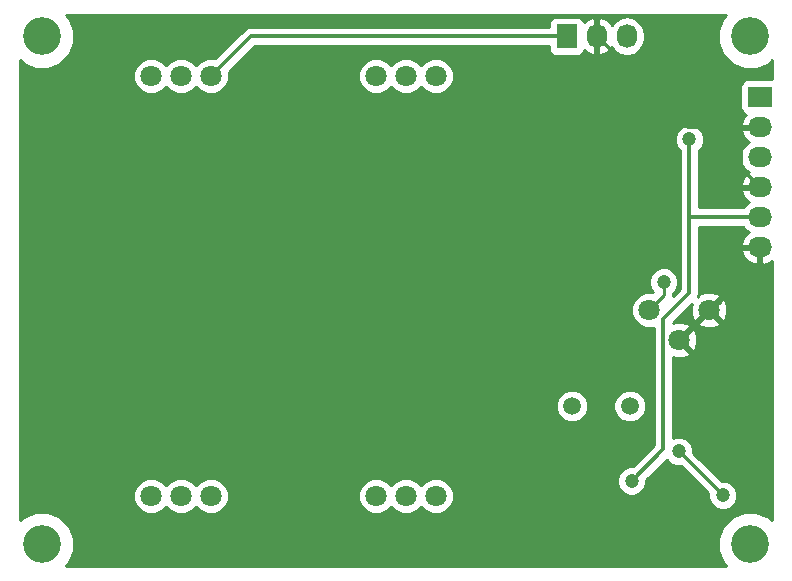
<source format=gbl>
%FSLAX46Y46*%
G04 Gerber Fmt 4.6, Leading zero omitted, Abs format (unit mm)*
G04 Created by KiCad (PCBNEW (2014-jul-16 BZR unknown)-product) date ons  6 aug 2014 17:41:11*
%MOMM*%
G01*
G04 APERTURE LIST*
%ADD10C,0.150000*%
%ADD11C,1.800000*%
%ADD12R,1.727200X2.032000*%
%ADD13O,1.727200X2.032000*%
%ADD14C,3.200400*%
%ADD15R,2.032000X1.727200*%
%ADD16O,2.032000X1.727200*%
%ADD17C,1.501140*%
%ADD18C,1.200000*%
%ADD19C,0.350000*%
%ADD20C,0.254000*%
G04 APERTURE END LIST*
D10*
D11*
X163830000Y-86360000D03*
X166370000Y-86360000D03*
X161290000Y-86360000D03*
X163830000Y-121920000D03*
X166370000Y-121920000D03*
X161290000Y-121920000D03*
X144780000Y-121920000D03*
X142240000Y-121920000D03*
X147320000Y-121920000D03*
X144780000Y-86360000D03*
X142240000Y-86360000D03*
X147320000Y-86360000D03*
D12*
X177460000Y-83000000D03*
D13*
X180000000Y-83000000D03*
X182540000Y-83000000D03*
D14*
X193000000Y-83000000D03*
X193000000Y-126000000D03*
D15*
X193802000Y-88138000D03*
D16*
X193802000Y-90678000D03*
X193802000Y-93218000D03*
X193802000Y-95758000D03*
X193802000Y-98298000D03*
X193802000Y-100838000D03*
D14*
X133000000Y-126000000D03*
X133000000Y-83000000D03*
D11*
X189484000Y-106172000D03*
X186944000Y-108712000D03*
X184404000Y-106172000D03*
D17*
X177899060Y-114300000D03*
X182780940Y-114300000D03*
D18*
X190476800Y-100753300D03*
X182932900Y-120650000D03*
X187832300Y-91714600D03*
X185654700Y-103792900D03*
X186927900Y-118127300D03*
X190663600Y-121863000D03*
D19*
X150680000Y-83000000D02*
X147320000Y-86360000D01*
X177460000Y-83000000D02*
X150680000Y-83000000D01*
X193802000Y-90678000D02*
X192356700Y-90678000D01*
X192356700Y-90678000D02*
X192180300Y-90854400D01*
X186944000Y-108712000D02*
X189484000Y-106172000D01*
X192180300Y-94136300D02*
X193802000Y-95758000D01*
X192180300Y-90854400D02*
X192180300Y-94136300D01*
X187685300Y-90685300D02*
X180000000Y-83000000D01*
X192011200Y-90685300D02*
X187685300Y-90685300D01*
X192180300Y-90854400D02*
X192011200Y-90685300D01*
X193802000Y-100838000D02*
X192356700Y-100838000D01*
X192272000Y-100753300D02*
X192356700Y-100838000D01*
X190476800Y-100753300D02*
X192272000Y-100753300D01*
X190476800Y-105179200D02*
X189484000Y-106172000D01*
X190476800Y-100753300D02*
X190476800Y-105179200D01*
X193802000Y-98298000D02*
X187832300Y-98298000D01*
X187832300Y-104698000D02*
X187832300Y-98298000D01*
X185612500Y-106917800D02*
X187832300Y-104698000D01*
X185612500Y-117970400D02*
X185612500Y-106917800D01*
X182932900Y-120650000D02*
X185612500Y-117970400D01*
X187832300Y-98298000D02*
X187832300Y-91714600D01*
D20*
X185654700Y-104921300D02*
X185654700Y-103792900D01*
X184404000Y-106172000D02*
X185654700Y-104921300D01*
X186927900Y-118127300D02*
X190663600Y-121863000D01*
G36*
X194815000Y-123956880D02*
X194547283Y-123688696D01*
X193675000Y-123326492D01*
X193675000Y-102178924D01*
X193675000Y-100965000D01*
X192315783Y-100965000D01*
X192194642Y-101197026D01*
X192197291Y-101212791D01*
X192451268Y-101740036D01*
X192887680Y-102129954D01*
X193440087Y-102323184D01*
X193675000Y-102178924D01*
X193675000Y-123326492D01*
X193545005Y-123272514D01*
X192459756Y-123271567D01*
X191456753Y-123685999D01*
X190688696Y-124452717D01*
X190272514Y-125454995D01*
X190271567Y-126540244D01*
X190685999Y-127543247D01*
X190957278Y-127815000D01*
X179873000Y-127815000D01*
X179873000Y-84486217D01*
X179873000Y-83127000D01*
X179853000Y-83127000D01*
X179853000Y-82873000D01*
X179873000Y-82873000D01*
X179873000Y-81513783D01*
X179640974Y-81392642D01*
X179625209Y-81395291D01*
X179097964Y-81649268D01*
X178943758Y-81821860D01*
X178861927Y-81624302D01*
X178683299Y-81445673D01*
X178449910Y-81349000D01*
X178197291Y-81349000D01*
X176470091Y-81349000D01*
X176236702Y-81445673D01*
X176058073Y-81624301D01*
X175961400Y-81857690D01*
X175961400Y-82110309D01*
X175961400Y-82190000D01*
X150680000Y-82190000D01*
X150370027Y-82251657D01*
X150107244Y-82427243D01*
X147684999Y-84849487D01*
X147626670Y-84825267D01*
X147016009Y-84824735D01*
X146451629Y-85057932D01*
X146049677Y-85459181D01*
X145650643Y-85059449D01*
X145086670Y-84825267D01*
X144476009Y-84824735D01*
X143911629Y-85057932D01*
X143509677Y-85459181D01*
X143110643Y-85059449D01*
X142546670Y-84825267D01*
X141936009Y-84824735D01*
X141371629Y-85057932D01*
X140939449Y-85489357D01*
X140705267Y-86053330D01*
X140704735Y-86663991D01*
X140937932Y-87228371D01*
X141369357Y-87660551D01*
X141933330Y-87894733D01*
X142543991Y-87895265D01*
X143108371Y-87662068D01*
X143510322Y-87260818D01*
X143909357Y-87660551D01*
X144473330Y-87894733D01*
X145083991Y-87895265D01*
X145648371Y-87662068D01*
X146050322Y-87260818D01*
X146449357Y-87660551D01*
X147013330Y-87894733D01*
X147623991Y-87895265D01*
X148188371Y-87662068D01*
X148620551Y-87230643D01*
X148854733Y-86666670D01*
X148855265Y-86056009D01*
X148830189Y-85995322D01*
X151015512Y-83810000D01*
X175961400Y-83810000D01*
X175961400Y-84142309D01*
X176058073Y-84375698D01*
X176236701Y-84554327D01*
X176470090Y-84651000D01*
X176722709Y-84651000D01*
X178449909Y-84651000D01*
X178683298Y-84554327D01*
X178861927Y-84375699D01*
X178943758Y-84178139D01*
X179097964Y-84350732D01*
X179625209Y-84604709D01*
X179640974Y-84607358D01*
X179873000Y-84486217D01*
X179873000Y-127815000D01*
X179284870Y-127815000D01*
X179284870Y-114025602D01*
X179074374Y-113516163D01*
X178684947Y-113126056D01*
X178175876Y-112914671D01*
X177624662Y-112914190D01*
X177115223Y-113124686D01*
X176725116Y-113514113D01*
X176513731Y-114023184D01*
X176513250Y-114574398D01*
X176723746Y-115083837D01*
X177113173Y-115473944D01*
X177622244Y-115685329D01*
X178173458Y-115685810D01*
X178682897Y-115475314D01*
X179073004Y-115085887D01*
X179284389Y-114576816D01*
X179284870Y-114025602D01*
X179284870Y-127815000D01*
X167905265Y-127815000D01*
X167905265Y-121616009D01*
X167905265Y-86056009D01*
X167672068Y-85491629D01*
X167240643Y-85059449D01*
X166676670Y-84825267D01*
X166066009Y-84824735D01*
X165501629Y-85057932D01*
X165099677Y-85459181D01*
X164700643Y-85059449D01*
X164136670Y-84825267D01*
X163526009Y-84824735D01*
X162961629Y-85057932D01*
X162559677Y-85459181D01*
X162160643Y-85059449D01*
X161596670Y-84825267D01*
X160986009Y-84824735D01*
X160421629Y-85057932D01*
X159989449Y-85489357D01*
X159755267Y-86053330D01*
X159754735Y-86663991D01*
X159987932Y-87228371D01*
X160419357Y-87660551D01*
X160983330Y-87894733D01*
X161593991Y-87895265D01*
X162158371Y-87662068D01*
X162560322Y-87260818D01*
X162959357Y-87660551D01*
X163523330Y-87894733D01*
X164133991Y-87895265D01*
X164698371Y-87662068D01*
X165100322Y-87260818D01*
X165499357Y-87660551D01*
X166063330Y-87894733D01*
X166673991Y-87895265D01*
X167238371Y-87662068D01*
X167670551Y-87230643D01*
X167904733Y-86666670D01*
X167905265Y-86056009D01*
X167905265Y-121616009D01*
X167672068Y-121051629D01*
X167240643Y-120619449D01*
X166676670Y-120385267D01*
X166066009Y-120384735D01*
X165501629Y-120617932D01*
X165099677Y-121019181D01*
X164700643Y-120619449D01*
X164136670Y-120385267D01*
X163526009Y-120384735D01*
X162961629Y-120617932D01*
X162559677Y-121019181D01*
X162160643Y-120619449D01*
X161596670Y-120385267D01*
X160986009Y-120384735D01*
X160421629Y-120617932D01*
X159989449Y-121049357D01*
X159755267Y-121613330D01*
X159754735Y-122223991D01*
X159987932Y-122788371D01*
X160419357Y-123220551D01*
X160983330Y-123454733D01*
X161593991Y-123455265D01*
X162158371Y-123222068D01*
X162560322Y-122820818D01*
X162959357Y-123220551D01*
X163523330Y-123454733D01*
X164133991Y-123455265D01*
X164698371Y-123222068D01*
X165100322Y-122820818D01*
X165499357Y-123220551D01*
X166063330Y-123454733D01*
X166673991Y-123455265D01*
X167238371Y-123222068D01*
X167670551Y-122790643D01*
X167904733Y-122226670D01*
X167905265Y-121616009D01*
X167905265Y-127815000D01*
X148855265Y-127815000D01*
X148855265Y-121616009D01*
X148622068Y-121051629D01*
X148190643Y-120619449D01*
X147626670Y-120385267D01*
X147016009Y-120384735D01*
X146451629Y-120617932D01*
X146049677Y-121019181D01*
X145650643Y-120619449D01*
X145086670Y-120385267D01*
X144476009Y-120384735D01*
X143911629Y-120617932D01*
X143509677Y-121019181D01*
X143110643Y-120619449D01*
X142546670Y-120385267D01*
X141936009Y-120384735D01*
X141371629Y-120617932D01*
X140939449Y-121049357D01*
X140705267Y-121613330D01*
X140704735Y-122223991D01*
X140937932Y-122788371D01*
X141369357Y-123220551D01*
X141933330Y-123454733D01*
X142543991Y-123455265D01*
X143108371Y-123222068D01*
X143510322Y-122820818D01*
X143909357Y-123220551D01*
X144473330Y-123454733D01*
X145083991Y-123455265D01*
X145648371Y-123222068D01*
X146050322Y-122820818D01*
X146449357Y-123220551D01*
X147013330Y-123454733D01*
X147623991Y-123455265D01*
X148188371Y-123222068D01*
X148620551Y-122790643D01*
X148854733Y-122226670D01*
X148855265Y-121616009D01*
X148855265Y-127815000D01*
X135043119Y-127815000D01*
X135311304Y-127547283D01*
X135727486Y-126545005D01*
X135728433Y-125459756D01*
X135314001Y-124456753D01*
X134547283Y-123688696D01*
X133545005Y-123272514D01*
X132459756Y-123271567D01*
X131456753Y-123685999D01*
X131185000Y-123957278D01*
X131185000Y-85043119D01*
X131452717Y-85311304D01*
X132454995Y-85727486D01*
X133540244Y-85728433D01*
X134543247Y-85314001D01*
X135311304Y-84547283D01*
X135727486Y-83545005D01*
X135728433Y-82459756D01*
X135314001Y-81456753D01*
X135042721Y-81185000D01*
X190956880Y-81185000D01*
X190688696Y-81452717D01*
X190272514Y-82454995D01*
X190271567Y-83540244D01*
X190685999Y-84543247D01*
X191452717Y-85311304D01*
X192454995Y-85727486D01*
X193540244Y-85728433D01*
X194543247Y-85314001D01*
X194815000Y-85042721D01*
X194815000Y-86639400D01*
X194691691Y-86639400D01*
X192659691Y-86639400D01*
X192426302Y-86736073D01*
X192247673Y-86914701D01*
X192151000Y-87148090D01*
X192151000Y-87400709D01*
X192151000Y-89127909D01*
X192247673Y-89361298D01*
X192426301Y-89539927D01*
X192623860Y-89621758D01*
X192451268Y-89775964D01*
X192197291Y-90303209D01*
X192194642Y-90318974D01*
X192315783Y-90551000D01*
X193675000Y-90551000D01*
X193675000Y-90531000D01*
X193929000Y-90531000D01*
X193929000Y-90551000D01*
X193949000Y-90551000D01*
X193949000Y-90805000D01*
X193929000Y-90805000D01*
X193929000Y-90825000D01*
X193675000Y-90825000D01*
X193675000Y-90805000D01*
X192315783Y-90805000D01*
X192194642Y-91037026D01*
X192197291Y-91052791D01*
X192451268Y-91580036D01*
X192867069Y-91951539D01*
X192557585Y-92158330D01*
X192232729Y-92644511D01*
X192118655Y-93218000D01*
X192232729Y-93791489D01*
X192557585Y-94277670D01*
X192867069Y-94484460D01*
X192451268Y-94855964D01*
X192197291Y-95383209D01*
X192194642Y-95398974D01*
X192315783Y-95631000D01*
X193675000Y-95631000D01*
X193675000Y-95611000D01*
X193929000Y-95611000D01*
X193929000Y-95631000D01*
X193949000Y-95631000D01*
X193949000Y-95885000D01*
X193929000Y-95885000D01*
X193929000Y-95905000D01*
X193675000Y-95905000D01*
X193675000Y-95885000D01*
X192315783Y-95885000D01*
X192194642Y-96117026D01*
X192197291Y-96132791D01*
X192451268Y-96660036D01*
X192867069Y-97031539D01*
X192557585Y-97238330D01*
X192390760Y-97488000D01*
X188642300Y-97488000D01*
X188642300Y-92651043D01*
X188878671Y-92415085D01*
X189067085Y-91961334D01*
X189067514Y-91470021D01*
X188879892Y-91015943D01*
X188532785Y-90668229D01*
X188079034Y-90479815D01*
X187587721Y-90479386D01*
X187133643Y-90667008D01*
X186785929Y-91014115D01*
X186597515Y-91467866D01*
X186597086Y-91959179D01*
X186784708Y-92413257D01*
X187022300Y-92651264D01*
X187022300Y-98298000D01*
X187022300Y-104362487D01*
X186405082Y-104979704D01*
X186416700Y-104921300D01*
X186416700Y-104777259D01*
X186701071Y-104493385D01*
X186889485Y-104039634D01*
X186889914Y-103548321D01*
X186702292Y-103094243D01*
X186355185Y-102746529D01*
X185901434Y-102558115D01*
X185410121Y-102557686D01*
X184956043Y-102745308D01*
X184608329Y-103092415D01*
X184419915Y-103546166D01*
X184419486Y-104037479D01*
X184607108Y-104491557D01*
X184782223Y-104666978D01*
X184710670Y-104637267D01*
X184100009Y-104636735D01*
X184038600Y-104662108D01*
X184038600Y-83184745D01*
X184038600Y-82815255D01*
X183924526Y-82241766D01*
X183599670Y-81755585D01*
X183113489Y-81430729D01*
X182540000Y-81316655D01*
X181966511Y-81430729D01*
X181480330Y-81755585D01*
X181273539Y-82065069D01*
X180902036Y-81649268D01*
X180374791Y-81395291D01*
X180359026Y-81392642D01*
X180127000Y-81513783D01*
X180127000Y-82873000D01*
X180147000Y-82873000D01*
X180147000Y-83127000D01*
X180127000Y-83127000D01*
X180127000Y-84486217D01*
X180359026Y-84607358D01*
X180374791Y-84604709D01*
X180902036Y-84350732D01*
X181273539Y-83934930D01*
X181480330Y-84244415D01*
X181966511Y-84569271D01*
X182540000Y-84683345D01*
X183113489Y-84569271D01*
X183599670Y-84244415D01*
X183924526Y-83758234D01*
X184038600Y-83184745D01*
X184038600Y-104662108D01*
X183535629Y-104869932D01*
X183103449Y-105301357D01*
X182869267Y-105865330D01*
X182868735Y-106475991D01*
X183101932Y-107040371D01*
X183533357Y-107472551D01*
X184097330Y-107706733D01*
X184707991Y-107707265D01*
X184802500Y-107668214D01*
X184802500Y-117634887D01*
X184166750Y-118270637D01*
X184166750Y-114025602D01*
X183956254Y-113516163D01*
X183566827Y-113126056D01*
X183057756Y-112914671D01*
X182506542Y-112914190D01*
X181997103Y-113124686D01*
X181606996Y-113514113D01*
X181395611Y-114023184D01*
X181395130Y-114574398D01*
X181605626Y-115083837D01*
X181995053Y-115473944D01*
X182504124Y-115685329D01*
X183055338Y-115685810D01*
X183564777Y-115475314D01*
X183954884Y-115085887D01*
X184166269Y-114576816D01*
X184166750Y-114025602D01*
X184166750Y-118270637D01*
X183022310Y-119415077D01*
X182688321Y-119414786D01*
X182234243Y-119602408D01*
X181886529Y-119949515D01*
X181698115Y-120403266D01*
X181697686Y-120894579D01*
X181885308Y-121348657D01*
X182232415Y-121696371D01*
X182686166Y-121884785D01*
X183177479Y-121885214D01*
X183631557Y-121697592D01*
X183979271Y-121350485D01*
X184167685Y-120896734D01*
X184167978Y-120560433D01*
X185891372Y-118837040D01*
X186227415Y-119173671D01*
X186681166Y-119362085D01*
X187085407Y-119362437D01*
X189428736Y-121705767D01*
X189428386Y-122107579D01*
X189616008Y-122561657D01*
X189963115Y-122909371D01*
X190416866Y-123097785D01*
X190908179Y-123098214D01*
X191362257Y-122910592D01*
X191709971Y-122563485D01*
X191898385Y-122109734D01*
X191898814Y-121618421D01*
X191711192Y-121164343D01*
X191364085Y-120816629D01*
X191030458Y-120678094D01*
X191030458Y-106412664D01*
X191004839Y-105802540D01*
X190820643Y-105357852D01*
X190564159Y-105271446D01*
X190384554Y-105451051D01*
X189663605Y-106172000D01*
X190564159Y-107072554D01*
X190820643Y-106986148D01*
X191030458Y-106412664D01*
X191030458Y-120678094D01*
X190910334Y-120628215D01*
X190506092Y-120627862D01*
X190384554Y-120506323D01*
X190384554Y-107252159D01*
X189484000Y-106351605D01*
X188583446Y-107252159D01*
X188669852Y-107508643D01*
X189243336Y-107718458D01*
X189853460Y-107692839D01*
X190298148Y-107508643D01*
X190384554Y-107252159D01*
X190384554Y-120506323D01*
X188490458Y-118612227D01*
X188490458Y-108952664D01*
X188464839Y-108342540D01*
X188280643Y-107897852D01*
X188024159Y-107811446D01*
X187123605Y-108712000D01*
X188024159Y-109612554D01*
X188280643Y-109526148D01*
X188490458Y-108952664D01*
X188490458Y-118612227D01*
X188162763Y-118284532D01*
X188163114Y-117882721D01*
X187975492Y-117428643D01*
X187628385Y-117080929D01*
X187174634Y-116892515D01*
X186683321Y-116892086D01*
X186422500Y-116999855D01*
X186422500Y-110155711D01*
X186703336Y-110258458D01*
X187313460Y-110232839D01*
X187758148Y-110048643D01*
X187844554Y-109792159D01*
X186944000Y-108891605D01*
X186929857Y-108905747D01*
X186750252Y-108726142D01*
X186764395Y-108712000D01*
X186750252Y-108697857D01*
X186929857Y-108518252D01*
X186944000Y-108532395D01*
X187844554Y-107631841D01*
X187758148Y-107375357D01*
X187184664Y-107165542D01*
X186574540Y-107191161D01*
X186422500Y-107254138D01*
X186422500Y-107253312D01*
X188048928Y-105626883D01*
X187937542Y-105931336D01*
X187963161Y-106541460D01*
X188147357Y-106986148D01*
X188403841Y-107072554D01*
X189304395Y-106172000D01*
X189290252Y-106157857D01*
X189469857Y-105978252D01*
X189484000Y-105992395D01*
X190384554Y-105091841D01*
X190298148Y-104835357D01*
X189724664Y-104625542D01*
X189114540Y-104651161D01*
X188669852Y-104835357D01*
X188583446Y-105091838D01*
X188548173Y-105056565D01*
X188580642Y-105007974D01*
X188580642Y-105007973D01*
X188642299Y-104698000D01*
X188642300Y-104698000D01*
X188642300Y-99108000D01*
X192390760Y-99108000D01*
X192557585Y-99357670D01*
X192867069Y-99564460D01*
X192451268Y-99935964D01*
X192197291Y-100463209D01*
X192194642Y-100478974D01*
X192315783Y-100711000D01*
X193675000Y-100711000D01*
X193675000Y-100691000D01*
X193929000Y-100691000D01*
X193929000Y-100711000D01*
X193949000Y-100711000D01*
X193949000Y-100965000D01*
X193929000Y-100965000D01*
X193929000Y-102178924D01*
X194163913Y-102323184D01*
X194716320Y-102129954D01*
X194815000Y-102041787D01*
X194815000Y-123956880D01*
X194815000Y-123956880D01*
G37*
X194815000Y-123956880D02*
X194547283Y-123688696D01*
X193675000Y-123326492D01*
X193675000Y-102178924D01*
X193675000Y-100965000D01*
X192315783Y-100965000D01*
X192194642Y-101197026D01*
X192197291Y-101212791D01*
X192451268Y-101740036D01*
X192887680Y-102129954D01*
X193440087Y-102323184D01*
X193675000Y-102178924D01*
X193675000Y-123326492D01*
X193545005Y-123272514D01*
X192459756Y-123271567D01*
X191456753Y-123685999D01*
X190688696Y-124452717D01*
X190272514Y-125454995D01*
X190271567Y-126540244D01*
X190685999Y-127543247D01*
X190957278Y-127815000D01*
X179873000Y-127815000D01*
X179873000Y-84486217D01*
X179873000Y-83127000D01*
X179853000Y-83127000D01*
X179853000Y-82873000D01*
X179873000Y-82873000D01*
X179873000Y-81513783D01*
X179640974Y-81392642D01*
X179625209Y-81395291D01*
X179097964Y-81649268D01*
X178943758Y-81821860D01*
X178861927Y-81624302D01*
X178683299Y-81445673D01*
X178449910Y-81349000D01*
X178197291Y-81349000D01*
X176470091Y-81349000D01*
X176236702Y-81445673D01*
X176058073Y-81624301D01*
X175961400Y-81857690D01*
X175961400Y-82110309D01*
X175961400Y-82190000D01*
X150680000Y-82190000D01*
X150370027Y-82251657D01*
X150107244Y-82427243D01*
X147684999Y-84849487D01*
X147626670Y-84825267D01*
X147016009Y-84824735D01*
X146451629Y-85057932D01*
X146049677Y-85459181D01*
X145650643Y-85059449D01*
X145086670Y-84825267D01*
X144476009Y-84824735D01*
X143911629Y-85057932D01*
X143509677Y-85459181D01*
X143110643Y-85059449D01*
X142546670Y-84825267D01*
X141936009Y-84824735D01*
X141371629Y-85057932D01*
X140939449Y-85489357D01*
X140705267Y-86053330D01*
X140704735Y-86663991D01*
X140937932Y-87228371D01*
X141369357Y-87660551D01*
X141933330Y-87894733D01*
X142543991Y-87895265D01*
X143108371Y-87662068D01*
X143510322Y-87260818D01*
X143909357Y-87660551D01*
X144473330Y-87894733D01*
X145083991Y-87895265D01*
X145648371Y-87662068D01*
X146050322Y-87260818D01*
X146449357Y-87660551D01*
X147013330Y-87894733D01*
X147623991Y-87895265D01*
X148188371Y-87662068D01*
X148620551Y-87230643D01*
X148854733Y-86666670D01*
X148855265Y-86056009D01*
X148830189Y-85995322D01*
X151015512Y-83810000D01*
X175961400Y-83810000D01*
X175961400Y-84142309D01*
X176058073Y-84375698D01*
X176236701Y-84554327D01*
X176470090Y-84651000D01*
X176722709Y-84651000D01*
X178449909Y-84651000D01*
X178683298Y-84554327D01*
X178861927Y-84375699D01*
X178943758Y-84178139D01*
X179097964Y-84350732D01*
X179625209Y-84604709D01*
X179640974Y-84607358D01*
X179873000Y-84486217D01*
X179873000Y-127815000D01*
X179284870Y-127815000D01*
X179284870Y-114025602D01*
X179074374Y-113516163D01*
X178684947Y-113126056D01*
X178175876Y-112914671D01*
X177624662Y-112914190D01*
X177115223Y-113124686D01*
X176725116Y-113514113D01*
X176513731Y-114023184D01*
X176513250Y-114574398D01*
X176723746Y-115083837D01*
X177113173Y-115473944D01*
X177622244Y-115685329D01*
X178173458Y-115685810D01*
X178682897Y-115475314D01*
X179073004Y-115085887D01*
X179284389Y-114576816D01*
X179284870Y-114025602D01*
X179284870Y-127815000D01*
X167905265Y-127815000D01*
X167905265Y-121616009D01*
X167905265Y-86056009D01*
X167672068Y-85491629D01*
X167240643Y-85059449D01*
X166676670Y-84825267D01*
X166066009Y-84824735D01*
X165501629Y-85057932D01*
X165099677Y-85459181D01*
X164700643Y-85059449D01*
X164136670Y-84825267D01*
X163526009Y-84824735D01*
X162961629Y-85057932D01*
X162559677Y-85459181D01*
X162160643Y-85059449D01*
X161596670Y-84825267D01*
X160986009Y-84824735D01*
X160421629Y-85057932D01*
X159989449Y-85489357D01*
X159755267Y-86053330D01*
X159754735Y-86663991D01*
X159987932Y-87228371D01*
X160419357Y-87660551D01*
X160983330Y-87894733D01*
X161593991Y-87895265D01*
X162158371Y-87662068D01*
X162560322Y-87260818D01*
X162959357Y-87660551D01*
X163523330Y-87894733D01*
X164133991Y-87895265D01*
X164698371Y-87662068D01*
X165100322Y-87260818D01*
X165499357Y-87660551D01*
X166063330Y-87894733D01*
X166673991Y-87895265D01*
X167238371Y-87662068D01*
X167670551Y-87230643D01*
X167904733Y-86666670D01*
X167905265Y-86056009D01*
X167905265Y-121616009D01*
X167672068Y-121051629D01*
X167240643Y-120619449D01*
X166676670Y-120385267D01*
X166066009Y-120384735D01*
X165501629Y-120617932D01*
X165099677Y-121019181D01*
X164700643Y-120619449D01*
X164136670Y-120385267D01*
X163526009Y-120384735D01*
X162961629Y-120617932D01*
X162559677Y-121019181D01*
X162160643Y-120619449D01*
X161596670Y-120385267D01*
X160986009Y-120384735D01*
X160421629Y-120617932D01*
X159989449Y-121049357D01*
X159755267Y-121613330D01*
X159754735Y-122223991D01*
X159987932Y-122788371D01*
X160419357Y-123220551D01*
X160983330Y-123454733D01*
X161593991Y-123455265D01*
X162158371Y-123222068D01*
X162560322Y-122820818D01*
X162959357Y-123220551D01*
X163523330Y-123454733D01*
X164133991Y-123455265D01*
X164698371Y-123222068D01*
X165100322Y-122820818D01*
X165499357Y-123220551D01*
X166063330Y-123454733D01*
X166673991Y-123455265D01*
X167238371Y-123222068D01*
X167670551Y-122790643D01*
X167904733Y-122226670D01*
X167905265Y-121616009D01*
X167905265Y-127815000D01*
X148855265Y-127815000D01*
X148855265Y-121616009D01*
X148622068Y-121051629D01*
X148190643Y-120619449D01*
X147626670Y-120385267D01*
X147016009Y-120384735D01*
X146451629Y-120617932D01*
X146049677Y-121019181D01*
X145650643Y-120619449D01*
X145086670Y-120385267D01*
X144476009Y-120384735D01*
X143911629Y-120617932D01*
X143509677Y-121019181D01*
X143110643Y-120619449D01*
X142546670Y-120385267D01*
X141936009Y-120384735D01*
X141371629Y-120617932D01*
X140939449Y-121049357D01*
X140705267Y-121613330D01*
X140704735Y-122223991D01*
X140937932Y-122788371D01*
X141369357Y-123220551D01*
X141933330Y-123454733D01*
X142543991Y-123455265D01*
X143108371Y-123222068D01*
X143510322Y-122820818D01*
X143909357Y-123220551D01*
X144473330Y-123454733D01*
X145083991Y-123455265D01*
X145648371Y-123222068D01*
X146050322Y-122820818D01*
X146449357Y-123220551D01*
X147013330Y-123454733D01*
X147623991Y-123455265D01*
X148188371Y-123222068D01*
X148620551Y-122790643D01*
X148854733Y-122226670D01*
X148855265Y-121616009D01*
X148855265Y-127815000D01*
X135043119Y-127815000D01*
X135311304Y-127547283D01*
X135727486Y-126545005D01*
X135728433Y-125459756D01*
X135314001Y-124456753D01*
X134547283Y-123688696D01*
X133545005Y-123272514D01*
X132459756Y-123271567D01*
X131456753Y-123685999D01*
X131185000Y-123957278D01*
X131185000Y-85043119D01*
X131452717Y-85311304D01*
X132454995Y-85727486D01*
X133540244Y-85728433D01*
X134543247Y-85314001D01*
X135311304Y-84547283D01*
X135727486Y-83545005D01*
X135728433Y-82459756D01*
X135314001Y-81456753D01*
X135042721Y-81185000D01*
X190956880Y-81185000D01*
X190688696Y-81452717D01*
X190272514Y-82454995D01*
X190271567Y-83540244D01*
X190685999Y-84543247D01*
X191452717Y-85311304D01*
X192454995Y-85727486D01*
X193540244Y-85728433D01*
X194543247Y-85314001D01*
X194815000Y-85042721D01*
X194815000Y-86639400D01*
X194691691Y-86639400D01*
X192659691Y-86639400D01*
X192426302Y-86736073D01*
X192247673Y-86914701D01*
X192151000Y-87148090D01*
X192151000Y-87400709D01*
X192151000Y-89127909D01*
X192247673Y-89361298D01*
X192426301Y-89539927D01*
X192623860Y-89621758D01*
X192451268Y-89775964D01*
X192197291Y-90303209D01*
X192194642Y-90318974D01*
X192315783Y-90551000D01*
X193675000Y-90551000D01*
X193675000Y-90531000D01*
X193929000Y-90531000D01*
X193929000Y-90551000D01*
X193949000Y-90551000D01*
X193949000Y-90805000D01*
X193929000Y-90805000D01*
X193929000Y-90825000D01*
X193675000Y-90825000D01*
X193675000Y-90805000D01*
X192315783Y-90805000D01*
X192194642Y-91037026D01*
X192197291Y-91052791D01*
X192451268Y-91580036D01*
X192867069Y-91951539D01*
X192557585Y-92158330D01*
X192232729Y-92644511D01*
X192118655Y-93218000D01*
X192232729Y-93791489D01*
X192557585Y-94277670D01*
X192867069Y-94484460D01*
X192451268Y-94855964D01*
X192197291Y-95383209D01*
X192194642Y-95398974D01*
X192315783Y-95631000D01*
X193675000Y-95631000D01*
X193675000Y-95611000D01*
X193929000Y-95611000D01*
X193929000Y-95631000D01*
X193949000Y-95631000D01*
X193949000Y-95885000D01*
X193929000Y-95885000D01*
X193929000Y-95905000D01*
X193675000Y-95905000D01*
X193675000Y-95885000D01*
X192315783Y-95885000D01*
X192194642Y-96117026D01*
X192197291Y-96132791D01*
X192451268Y-96660036D01*
X192867069Y-97031539D01*
X192557585Y-97238330D01*
X192390760Y-97488000D01*
X188642300Y-97488000D01*
X188642300Y-92651043D01*
X188878671Y-92415085D01*
X189067085Y-91961334D01*
X189067514Y-91470021D01*
X188879892Y-91015943D01*
X188532785Y-90668229D01*
X188079034Y-90479815D01*
X187587721Y-90479386D01*
X187133643Y-90667008D01*
X186785929Y-91014115D01*
X186597515Y-91467866D01*
X186597086Y-91959179D01*
X186784708Y-92413257D01*
X187022300Y-92651264D01*
X187022300Y-98298000D01*
X187022300Y-104362487D01*
X186405082Y-104979704D01*
X186416700Y-104921300D01*
X186416700Y-104777259D01*
X186701071Y-104493385D01*
X186889485Y-104039634D01*
X186889914Y-103548321D01*
X186702292Y-103094243D01*
X186355185Y-102746529D01*
X185901434Y-102558115D01*
X185410121Y-102557686D01*
X184956043Y-102745308D01*
X184608329Y-103092415D01*
X184419915Y-103546166D01*
X184419486Y-104037479D01*
X184607108Y-104491557D01*
X184782223Y-104666978D01*
X184710670Y-104637267D01*
X184100009Y-104636735D01*
X184038600Y-104662108D01*
X184038600Y-83184745D01*
X184038600Y-82815255D01*
X183924526Y-82241766D01*
X183599670Y-81755585D01*
X183113489Y-81430729D01*
X182540000Y-81316655D01*
X181966511Y-81430729D01*
X181480330Y-81755585D01*
X181273539Y-82065069D01*
X180902036Y-81649268D01*
X180374791Y-81395291D01*
X180359026Y-81392642D01*
X180127000Y-81513783D01*
X180127000Y-82873000D01*
X180147000Y-82873000D01*
X180147000Y-83127000D01*
X180127000Y-83127000D01*
X180127000Y-84486217D01*
X180359026Y-84607358D01*
X180374791Y-84604709D01*
X180902036Y-84350732D01*
X181273539Y-83934930D01*
X181480330Y-84244415D01*
X181966511Y-84569271D01*
X182540000Y-84683345D01*
X183113489Y-84569271D01*
X183599670Y-84244415D01*
X183924526Y-83758234D01*
X184038600Y-83184745D01*
X184038600Y-104662108D01*
X183535629Y-104869932D01*
X183103449Y-105301357D01*
X182869267Y-105865330D01*
X182868735Y-106475991D01*
X183101932Y-107040371D01*
X183533357Y-107472551D01*
X184097330Y-107706733D01*
X184707991Y-107707265D01*
X184802500Y-107668214D01*
X184802500Y-117634887D01*
X184166750Y-118270637D01*
X184166750Y-114025602D01*
X183956254Y-113516163D01*
X183566827Y-113126056D01*
X183057756Y-112914671D01*
X182506542Y-112914190D01*
X181997103Y-113124686D01*
X181606996Y-113514113D01*
X181395611Y-114023184D01*
X181395130Y-114574398D01*
X181605626Y-115083837D01*
X181995053Y-115473944D01*
X182504124Y-115685329D01*
X183055338Y-115685810D01*
X183564777Y-115475314D01*
X183954884Y-115085887D01*
X184166269Y-114576816D01*
X184166750Y-114025602D01*
X184166750Y-118270637D01*
X183022310Y-119415077D01*
X182688321Y-119414786D01*
X182234243Y-119602408D01*
X181886529Y-119949515D01*
X181698115Y-120403266D01*
X181697686Y-120894579D01*
X181885308Y-121348657D01*
X182232415Y-121696371D01*
X182686166Y-121884785D01*
X183177479Y-121885214D01*
X183631557Y-121697592D01*
X183979271Y-121350485D01*
X184167685Y-120896734D01*
X184167978Y-120560433D01*
X185891372Y-118837040D01*
X186227415Y-119173671D01*
X186681166Y-119362085D01*
X187085407Y-119362437D01*
X189428736Y-121705767D01*
X189428386Y-122107579D01*
X189616008Y-122561657D01*
X189963115Y-122909371D01*
X190416866Y-123097785D01*
X190908179Y-123098214D01*
X191362257Y-122910592D01*
X191709971Y-122563485D01*
X191898385Y-122109734D01*
X191898814Y-121618421D01*
X191711192Y-121164343D01*
X191364085Y-120816629D01*
X191030458Y-120678094D01*
X191030458Y-106412664D01*
X191004839Y-105802540D01*
X190820643Y-105357852D01*
X190564159Y-105271446D01*
X190384554Y-105451051D01*
X189663605Y-106172000D01*
X190564159Y-107072554D01*
X190820643Y-106986148D01*
X191030458Y-106412664D01*
X191030458Y-120678094D01*
X190910334Y-120628215D01*
X190506092Y-120627862D01*
X190384554Y-120506323D01*
X190384554Y-107252159D01*
X189484000Y-106351605D01*
X188583446Y-107252159D01*
X188669852Y-107508643D01*
X189243336Y-107718458D01*
X189853460Y-107692839D01*
X190298148Y-107508643D01*
X190384554Y-107252159D01*
X190384554Y-120506323D01*
X188490458Y-118612227D01*
X188490458Y-108952664D01*
X188464839Y-108342540D01*
X188280643Y-107897852D01*
X188024159Y-107811446D01*
X187123605Y-108712000D01*
X188024159Y-109612554D01*
X188280643Y-109526148D01*
X188490458Y-108952664D01*
X188490458Y-118612227D01*
X188162763Y-118284532D01*
X188163114Y-117882721D01*
X187975492Y-117428643D01*
X187628385Y-117080929D01*
X187174634Y-116892515D01*
X186683321Y-116892086D01*
X186422500Y-116999855D01*
X186422500Y-110155711D01*
X186703336Y-110258458D01*
X187313460Y-110232839D01*
X187758148Y-110048643D01*
X187844554Y-109792159D01*
X186944000Y-108891605D01*
X186929857Y-108905747D01*
X186750252Y-108726142D01*
X186764395Y-108712000D01*
X186750252Y-108697857D01*
X186929857Y-108518252D01*
X186944000Y-108532395D01*
X187844554Y-107631841D01*
X187758148Y-107375357D01*
X187184664Y-107165542D01*
X186574540Y-107191161D01*
X186422500Y-107254138D01*
X186422500Y-107253312D01*
X188048928Y-105626883D01*
X187937542Y-105931336D01*
X187963161Y-106541460D01*
X188147357Y-106986148D01*
X188403841Y-107072554D01*
X189304395Y-106172000D01*
X189290252Y-106157857D01*
X189469857Y-105978252D01*
X189484000Y-105992395D01*
X190384554Y-105091841D01*
X190298148Y-104835357D01*
X189724664Y-104625542D01*
X189114540Y-104651161D01*
X188669852Y-104835357D01*
X188583446Y-105091838D01*
X188548173Y-105056565D01*
X188580642Y-105007974D01*
X188580642Y-105007973D01*
X188642299Y-104698000D01*
X188642300Y-104698000D01*
X188642300Y-99108000D01*
X192390760Y-99108000D01*
X192557585Y-99357670D01*
X192867069Y-99564460D01*
X192451268Y-99935964D01*
X192197291Y-100463209D01*
X192194642Y-100478974D01*
X192315783Y-100711000D01*
X193675000Y-100711000D01*
X193675000Y-100691000D01*
X193929000Y-100691000D01*
X193929000Y-100711000D01*
X193949000Y-100711000D01*
X193949000Y-100965000D01*
X193929000Y-100965000D01*
X193929000Y-102178924D01*
X194163913Y-102323184D01*
X194716320Y-102129954D01*
X194815000Y-102041787D01*
X194815000Y-123956880D01*
M02*

</source>
